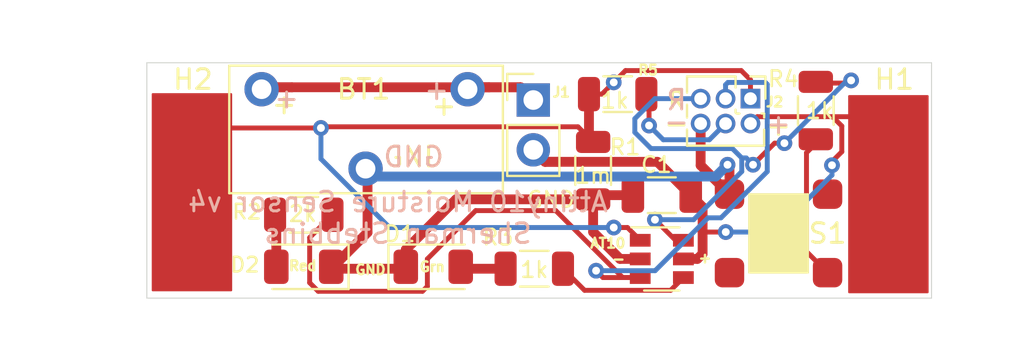
<source format=kicad_pcb>
(kicad_pcb (version 20221018) (generator pcbnew)
  (layers (0 "F.Cu" signal) (31 "B.Cu" signal) (34 "B.Paste" user) (35 "F.Paste" user) (36 "B.SilkS" user "B.Silkscreen") (37 "F.SilkS" user "F.Silkscreen") (38 "B.Mask" user) (39 "F.Mask" user) (44 "Edge.Cuts" user))
  (net 0 "")
  (net 1 "Net-(BT1-+)")
  (net 2 "GND")
  (net 3 "VCC")
  (net 4 "Net-(D1-A)")
  (net 5 "Net-(D2-A)")
  (net 6 "Reset")
  (net 7 "Net-(J2-Pad4)")
  (net 8 "PB1-SCK")
  (net 9 "PB0-Miso")
  (net 10 "Net-(U1-PB2)")
  (net 11 "Net-(R4-Pad1)")
  (footprint "Capacitor_SMD:C_1206_3216Metric" (layer "F.Cu") (at 126.25 46.75 180)
    (fp_text reference "C1" (at 0.275 1.55) (layer "F.SilkS") (effects (font (size 0.8 0.8) (thickness 0.125))))
    (fp_text value ".1uf")
    (fp_line (start -0.711252 -0.91) (end 0.711252 -0.91) (stroke (width 0.12)) (layer "F.SilkS"))
    (fp_line (start -0.711252 0.91) (end 0.711252 0.91) (stroke (width 0.12)) (layer "F.SilkS"))
    (pad "1" smd roundrect (at -1.475 0 180) (size 1.15 1.8) (layers "F.Cu" "F.Paste" "F.Mask") (roundrect_rratio 0.217391) (net 3 "VCC"))
    (pad "2" smd roundrect (at 1.475 0 180) (size 1.15 1.8) (layers "F.Cu" "F.Paste" "F.Mask") (roundrect_rratio 0.217391) (net 2 "GND"))
  )
  (footprint "LED_SMD:LED_1206_3216Metric" (layer "F.Cu") (at 114.6 50.4)
    (fp_text reference "D1" (at -1.7 -1.675) (layer "F.SilkS") (effects (font (size 0.8 0.8) (thickness 0.125))))
    (fp_text value "Green LED")
    (fp_line (start -2.285 -1.135) (end -2.285 1.135) (stroke (width 0.12)) (layer "F.SilkS"))
    (fp_line (start -2.285 1.135) (end 1.6 1.135) (stroke (width 0.12)) (layer "F.SilkS"))
    (fp_line (start 1.6 -1.135) (end -2.285 -1.135) (stroke (width 0.12)) (layer "F.SilkS"))
    (pad "1" smd roundrect (at -1.4 0) (size 1.25 1.75) (layers "F.Cu" "F.Paste" "F.Mask") (roundrect_rratio 0.2) (net 2 "GND"))
    (pad "2" smd roundrect (at 1.4 0) (size 1.25 1.75) (layers "F.Cu" "F.Paste" "F.Mask") (roundrect_rratio 0.2) (net 4 "Net-(D1-A)"))
  )
  (footprint "LED_SMD:LED_1206_3216Metric" (layer "F.Cu") (at 108 50.4 180)
    (fp_text reference "D2" (at 3 0.1) (layer "F.SilkS") (effects (font (size 0.75 0.75) (thickness 0.125))))
    (fp_text value "RedLED")
    (fp_line (start -2.285 -1.135) (end -2.285 1.135) (stroke (width 0.12)) (layer "F.SilkS"))
    (fp_line (start -2.285 1.135) (end 1.6 1.135) (stroke (width 0.12)) (layer "F.SilkS"))
    (fp_line (start 1.6 -1.135) (end -2.285 -1.135) (stroke (width 0.12)) (layer "F.SilkS"))
    (pad "1" smd roundrect (at -1.4 0 180) (size 1.25 1.75) (layers "F.Cu" "F.Paste" "F.Mask") (roundrect_rratio 0.2) (net 2 "GND"))
    (pad "2" smd roundrect (at 1.4 0 180) (size 1.25 1.75) (layers "F.Cu" "F.Paste" "F.Mask") (roundrect_rratio 0.2) (net 5 "Net-(D2-A)"))
  )
  (footprint "Resistor_SMD:R_1206_3216Metric" (layer "F.Cu") (at 122.75 45.5 90)
    (fp_text reference "R1" (at 1.2 1.625 180) (layer "F.SilkS") (effects (font (size 0.8 0.8) (thickness 0.125))))
    (fp_text value "1M")
    (fp_line (start -0.727064 -0.91) (end 0.727064 -0.91) (stroke (width 0.12)) (layer "F.SilkS"))
    (fp_line (start -0.727064 0.91) (end 0.727064 0.91) (stroke (width 0.12)) (layer "F.SilkS"))
    (pad "1" smd roundrect (at -1.4625 0 90) (size 1.125 1.75) (layers "F.Cu" "F.Paste" "F.Mask") (roundrect_rratio 0.222222) (net 2 "GND"))
    (pad "2" smd roundrect (at 1.4625 0 90) (size 1.125 1.75) (layers "F.Cu" "F.Paste" "F.Mask") (roundrect_rratio 0.222222) (net 9 "PB0-Miso"))
  )
  (footprint "Resistor_SMD:R_1206_3216Metric" (layer "F.Cu") (at 108 47.75)
    (fp_text reference "R2" (at -2.9 -0.15) (layer "F.SilkS") (effects (font (size 0.745 0.75) (thickness 0.125))))
    (fp_text value "2k")
    (fp_line (start -0.727064 -0.91) (end 0.727064 -0.91) (stroke (width 0.12)) (layer "F.SilkS"))
    (fp_line (start -0.727064 0.91) (end 0.727064 0.91) (stroke (width 0.12)) (layer "F.SilkS"))
    (pad "1" smd roundrect (at -1.4625 0) (size 1.125 1.75) (layers "F.Cu" "F.Paste" "F.Mask") (roundrect_rratio 0.222222) (net 5 "Net-(D2-A)"))
    (pad "2" smd roundrect (at 1.4625 0) (size 1.125 1.75) (layers "F.Cu" "F.Paste" "F.Mask") (roundrect_rratio 0.222222) (net 8 "PB1-SCK"))
  )
  (footprint "Resistor_SMD:R_1206_3216Metric" (layer "F.Cu") (at 119.75 50.5)
    (fp_text reference "R3" (at -1.85 -1.6) (layer "F.SilkS") (effects (font (size 0.8 0.8) (thickness 0.125))))
    (fp_text value "1k")
    (fp_line (start -0.727064 -0.91) (end 0.727064 -0.91) (stroke (width 0.12)) (layer "F.SilkS"))
    (fp_line (start -0.727064 0.91) (end 0.727064 0.91) (stroke (width 0.12)) (layer "F.SilkS"))
    (pad "1" smd roundrect (at -1.4625 0) (size 1.125 1.75) (layers "F.Cu" "F.Paste" "F.Mask") (roundrect_rratio 0.222222) (net 4 "Net-(D1-A)"))
    (pad "2" smd roundrect (at 1.4625 0) (size 1.125 1.75) (layers "F.Cu" "F.Paste" "F.Mask") (roundrect_rratio 0.222222) (net 10 "Net-(U1-PB2)"))
  )
  (footprint "Resistor_SMD:R_1206_3216Metric" (layer "F.Cu") (at 134.1 42.4375 90)
    (fp_text reference "R4" (at 1.6125 -1.65 180) (layer "F.SilkS") (effects (font (size 0.8 0.8) (thickness 0.125))))
    (fp_text value "1k")
    (fp_line (start -0.727064 -0.91) (end 0.727064 -0.91) (stroke (width 0.12)) (layer "F.SilkS"))
    (fp_line (start -0.727064 0.91) (end 0.727064 0.91) (stroke (width 0.12)) (layer "F.SilkS"))
    (pad "1" smd roundrect (at -1.4625 0 90) (size 1.125 1.75) (layers "F.Cu" "F.Paste" "F.Mask") (roundrect_rratio 0.222222) (net 11 "Net-(R4-Pad1)"))
    (pad "2" smd roundrect (at 1.4625 0 90) (size 1.125 1.75) (layers "F.Cu" "F.Paste" "F.Mask") (roundrect_rratio 0.222222) (net 6 "Reset"))
  )
  (footprint "Resistor_SMD:R_1206_3216Metric" (layer "F.Cu") (at 124 41.6)
    (fp_text reference "R5" (at 1.55 -1.225) (layer "F.SilkS") (effects (font (size 0.5 0.5) (thickness 0.125))))
    (fp_text value "1k")
    (fp_line (start -0.727064 -0.91) (end 0.727064 -0.91) (stroke (width 0.12)) (layer "F.SilkS"))
    (fp_line (start -0.727064 0.91) (end 0.727064 0.91) (stroke (width 0.12)) (layer "F.SilkS"))
    (pad "1" smd roundrect (at -1.4625 0) (size 1.125 1.75) (layers "F.Cu" "F.Paste" "F.Mask") (roundrect_rratio 0.222222) (net 9 "PB0-Miso"))
    (pad "2" smd roundrect (at 1.4625 0) (size 1.125 1.75) (layers "F.Cu" "F.Paste" "F.Mask") (roundrect_rratio 0.222222) (net 7 "Net-(J2-Pad4)"))
  )
  (footprint "Package_TO_SOT_SMD:SOT-23-6" (layer "F.Cu") (at 126.25 50)
    (fp_text reference "AT10" (at -2.75 -0.8) (layer "F.SilkS") (effects (font (size 0.5 0.5) (thickness 0.125))))
    (fp_text value "ATtiny10-TS")
    (fp_line (start -0.9 1.61) (end 0.9 1.61) (stroke (width 0.12)) (layer "F.SilkS"))
    (fp_line (start 0.9 -1.61) (end -1.55 -1.61) (stroke (width 0.12)) (layer "F.SilkS"))
    (pad "1" smd rect (at -1.1 -0.95) (size 1.06 0.65) (layers "F.Cu" "F.Paste" "F.Mask") (net 9 "PB0-Miso"))
    (pad "2" smd rect (at -1.1 0) (size 1.06 0.65) (layers "F.Cu" "F.Paste" "F.Mask") (net 2 "GND"))
    (pad "3" smd rect (at -1.1 0.95) (size 1.06 0.65) (layers "F.Cu" "F.Paste" "F.Mask") (net 8 "PB1-SCK"))
    (pad "4" smd rect (at 1.1 0.95) (size 1.06 0.65) (layers "F.Cu" "F.Paste" "F.Mask") (net 10 "Net-(U1-PB2)"))
    (pad "5" smd rect (at 1.1 0) (size 1.06 0.65) (layers "F.Cu" "F.Paste" "F.Mask") (net 3 "VCC"))
    (pad "6" smd rect (at 1.1 -0.95) (size 1.06 0.65) (layers "F.Cu" "F.Paste" "F.Mask") (net 6 "Reset"))
  )
  (footprint "++Sherms-Custom-Libs:Button_4mm-4pad" (layer "F.Cu") (at 134.7 48.7 90)
    (fp_text reference "S1" (at 0 0 180) (layer "F.SilkS"))
    (fp_text value "Push Button")
    (fp_poly (pts (xy 2 -1) (xy -2 -1) (xy -2 -4) (xy 2 -4)) (stroke (width 0.1)) (fill solid) (layer "F.SilkS"))
    (pad "1" smd roundrect (at -2 0 90) (size 1.5 1.5) (layers "F.Cu" "F.Paste" "F.Mask") (net 11 "Net-(R4-Pad1)"))
    (pad "2" smd roundrect (at 2 -5 90) (size 1.5 1.5) (layers "F.Cu" "F.Paste" "F.Mask") (net 2 "GND"))
    (pad "3" smd roundrect (at -2 -5 90) (size 1.5 1.5) (layers "F.Cu" "F.Paste" "F.Mask"))
    (pad "4" smd roundrect (at 2 0 90) (size 1.5 1.5) (layers "F.Cu" "F.Paste" "F.Mask"))
  )
  (footprint "Connector_PinHeader_1.27mm:PinHeader_2x03_P1.27mm_Vertical" (layer "F.Cu") (at 130.77 41.83 -90)
    (fp_text reference "J2" (at 0.17 -1.23 180) (layer "F.SilkS") (effects (font (size 0.5 0.5) (thickness 0.125))))
    (fp_text value "CONN-2x3")
    (fp_line (start -1.13 -0.76) (end 0 -0.76) (stroke (width 0.12)) (layer "F.SilkS"))
    (fp_line (start -1.13 0) (end -1.13 -0.76) (stroke (width 0.12)) (layer "F.SilkS"))
    (fp_line (start -1.13 0.76) (end -1.13 3.235) (stroke (width 0.12)) (layer "F.SilkS"))
    (fp_line (start -1.13 0.76) (end -0.563471 0.76) (stroke (width 0.12)) (layer "F.SilkS"))
    (fp_line (start -1.13 3.235) (end -0.30753 3.235) (stroke (width 0.12)) (layer "F.SilkS"))
    (fp_line (start 0.30753 3.235) (end 0.96247 3.235) (stroke (width 0.12)) (layer "F.SilkS"))
    (fp_line (start 0.563471 0.76) (end 0.706529 0.76) (stroke (width 0.12)) (layer "F.SilkS"))
    (fp_line (start 0.76 -0.695) (end 0.96247 -0.695) (stroke (width 0.12)) (layer "F.SilkS"))
    (fp_line (start 0.76 -0.563471) (end 0.76 -0.695) (stroke (width 0.12)) (layer "F.SilkS"))
    (fp_line (start 0.76 0.706529) (end 0.76 0.563471) (stroke (width 0.12)) (layer "F.SilkS"))
    (fp_line (start 1.57753 -0.695) (end 2.4 -0.695) (stroke (width 0.12)) (layer "F.SilkS"))
    (fp_line (start 1.57753 3.235) (end 2.4 3.235) (stroke (width 0.12)) (layer "F.SilkS"))
    (fp_line (start 2.4 -0.695) (end 2.4 3.235) (stroke (width 0.12)) (layer "F.SilkS"))
    (pad "1" thru_hole rect (at 0 0 270) (size 1 1) (drill 0.65) (layers "*.Cu" "*.Mask") (net 9 "PB0-Miso"))
    (pad "2" thru_hole oval (at 1.27 0 270) (size 1 1) (drill 0.65) (layers "*.Cu" "*.Mask") (net 3 "VCC"))
    (pad "3" thru_hole oval (at 0 1.27 270) (size 1 1) (drill 0.65) (layers "*.Cu" "*.Mask") (net 8 "PB1-SCK"))
    (pad "4" thru_hole oval (at 1.27 1.27 270) (size 1 1) (drill 0.65) (layers "*.Cu" "*.Mask") (net 7 "Net-(J2-Pad4)"))
    (pad "5" thru_hole oval (at 0 2.54 270) (size 1 1) (drill 0.65) (layers "*.Cu" "*.Mask") (net 6 "Reset"))
    (pad "6" thru_hole oval (at 1.27 2.54 270) (size 1 1) (drill 0.65) (layers "*.Cu" "*.Mask") (net 2 "GND"))
  )
  (footprint "++Sherms-Custom-Libs:Rectangle-Pad_4mmx10mm" (layer "F.Cu") (at 137.8 51.7)
    (fp_text reference "H1" (at 0.3 -10.85) (layer "F.SilkS"))
    (fp_text value "MountingHole_Pad")
    (fp_poly (pts (xy 2 0) (xy -2 0) (xy -2 -10) (xy 2 -10)) (stroke (width 0.1)) (fill solid) (layer "F.Cu"))
    (pad "1" smd roundrect (at 0 -5) (size 4 10) (layers "F.Cu" "F.Paste" "F.Mask") (net 3 "VCC"))
  )
  (footprint "++Sherms-Custom-Libs:Rectangle-Pad_4mmx10mm" (layer "F.Cu") (at 102.3 51.6)
    (fp_text reference "H2" (at 0.05 -10.75) (layer "F.SilkS"))
    (fp_text value "MountingHole_Pad")
    (fp_poly (pts (xy 2 0) (xy -2 0) (xy -2 -10) (xy 2 -10)) (stroke (width 0.1)) (fill solid) (layer "F.Cu"))
    (pad "1" smd roundrect (at 0 -5) (size 4 10) (layers "F.Cu" "F.Paste" "F.Mask") (net 9 "PB0-Miso"))
  )
  (footprint "Connector_PinHeader_2.54mm:PinHeader_1x02_P2.54mm_Vertical" (layer "F.Cu") (at 119.7 41.9)
    (fp_text reference "J1" (at 1.425 -0.4) (layer "F.SilkS") (effects (font (size 0.5 0.5) (thickness 0.125))))
    (fp_text value "Conn_01x02_Male")
    (fp_line (start -1.33 -1.33) (end 0 -1.33) (stroke (width 0.12)) (layer "F.SilkS"))
    (fp_line (start -1.33 0) (end -1.33 -1.33) (stroke (width 0.12)) (layer "F.SilkS"))
    (fp_line (start -1.33 1.27) (end -1.33 3.87) (stroke (width 0.12)) (layer "F.SilkS"))
    (fp_line (start -1.33 1.27) (end 1.33 1.27) (stroke (width 0.12)) (layer "F.SilkS"))
    (fp_line (start -1.33 3.87) (end 1.33 3.87) (stroke (width 0.12)) (layer "F.SilkS"))
    (fp_line (start 1.33 1.27) (end 1.33 3.87) (stroke (width 0.12)) (layer "F.SilkS"))
    (pad "1" thru_hole rect (at 0 0) (size 1.7 1.7) (drill 1) (layers "*.Cu" "*.Mask") (net 1 "Net-(BT1-+)"))
    (pad "2" thru_hole oval (at 0 2.54) (size 1.7 1.7) (drill 1) (layers "*.Cu" "*.Mask") (net 3 "VCC"))
  )
  (footprint "+++Sherms-kicad5-libs:CR2032-Battery-sidemnt_10.5x5.5x4mm-k5" (layer "F.Cu") (at 111.15 38.9 180)
    (fp_text reference "BT1" (at 0.1 -2.45) (layer "F.SilkS"))
    (fp_text value "Battery_Cell")
    (fp_line (start -7 -7.75) (end 6.95 -7.75) (stroke (width 0.12)) (layer "F.SilkS"))
    (fp_line (start -7 -1.25) (end -7 -7.75) (stroke (width 0.12)) (layer "F.SilkS"))
    (fp_line (start 6.95 -7.75) (end 6.95 -1.25) (stroke (width 0.12)) (layer "F.SilkS"))
    (fp_line (start 6.95 -1.25) (end -7 -1.25) (stroke (width 0.12)) (layer "F.SilkS"))
    (pad "1" thru_hole circle (at -5.2 -2.45 180) (size 1.75 1.75) (drill 1) (layers "*.Cu" "*.Mask") (net 1 "Net-(BT1-+)"))
    (pad "1" thru_hole circle (at 5.3 -2.45 180) (size 1.75 1.75) (drill 1) (layers "*.Cu" "*.Mask") (net 1 "Net-(BT1-+)"))
    (pad "2" thru_hole circle (at 0 -6.5 180) (size 1.75 1.75) (drill 1) (layers "*.Cu" "*.Mask") (net 2 "GND"))
  )
  (gr_line (start 140 52) (end 100 52) (stroke (width 0.05)) (layer "Edge.Cuts"))
  (gr_line (start 140 40) (end 140 52) (stroke (width 0.05)) (layer "Edge.Cuts"))
  (gr_line (start 100 52) (end 100 40) (stroke (width 0.05)) (layer "Edge.Cuts"))
  (gr_line (start 100 40) (end 140 40) (stroke (width 0.05)) (layer "Edge.Cuts"))
  (gr_text "-" (at 127 43) (layer "B.SilkS") (effects (font (size 1 1)) (justify mirror)))
  (gr_text "+\n" (at 107.125 41.8) (layer "B.SilkS") (effects (font (size 1 1)) (justify mirror)))
  (gr_text "R" (at 127 41.9) (layer "B.SilkS") (effects (font (size 1 1)) (justify mirror)))
  (gr_text "+" (at 114.775 41.375) (layer "B.SilkS") (effects (font (size 1 1)) (justify mirror)))
  (gr_text "Attiny10 Moisture Sensor v4\nSherman Stebbins" (at 112.8 47.9) (layer "B.SilkS") (effects (font (size 1 1)) (justify mirror)))
  (gr_text "GND" (at 113.6 44.8) (layer "B.SilkS") (effects (font (size 1 1)) (justify mirror)))
  (gr_text "+" (at 132.2 43.1) (layer "B.SilkS") (effects (font (size 1 1)) (justify mirror)))
  (gr_text "GND" (at 111.4 50.55) (layer "F.SilkS") (effects (font (size 0.5 0.5) (thickness 0.125))))
  (gr_text "GND" (at 120.6 46.975) (layer "F.SilkS") (effects (font (size 0.8 0.8) (thickness 0.125))))
  (gr_text "Grn" (at 114.55 50.4) (layer "F.SilkS") (effects (font (size 0.5 0.5) (thickness 0.125))))
  (gr_text "1k" (at 119.75 50.55) (layer "F.SilkS") (effects (font (size 0.8 0.8) (thickness 0.125))))
  (gr_text "1k" (at 134.3 42.45) (layer "F.SilkS") (effects (font (size 0.8 0.8) (thickness 0.125))))
  (gr_text "1k" (at 123.85 41.925) (layer "F.SilkS") (effects (font (size 0.8 0.8) (thickness 0.125))))
  (gr_text "Red" (at 107.95 50.35) (layer "F.SilkS") (effects (font (size 0.5 0.5) (thickness 0.125))))
  (gr_text "+" (at 115.15 42.175) (layer "F.SilkS") (effects (font (size 1 1))))
  (gr_text "+" (at 132.2 43.2) (layer "F.SilkS") (effects (font (size 1 1))))
  (gr_text "+" (at 128.45 49.95) (layer "F.SilkS") (effects (font (size 0.5 0.5) (thickness 0.125))))
  (gr_text "GND" (at 113.6 44.8) (layer "F.SilkS") (effects (font (size 1 1))))
  (gr_text "-" (at 127 43.1) (layer "F.SilkS") (effects (font (size 1 1))))
  (gr_text "+" (at 107 42.1) (layer "F.SilkS") (effects (font (size 1 1))))
  (gr_text "2k" (at 107.95 47.7) (layer "F.SilkS") (effects (font (size 0.8 0.8) (thickness 0.125))))
  (gr_text "-" (at 124.05 50) (layer "F.SilkS") (effects (font (size 0.5 0.5) (thickness 0.125))))
  (gr_text "R" (at 127 41.9) (layer "F.SilkS") (effects (font (size 0.8 0.8))))
  (gr_text "1m" (at 122.75 45.75) (layer "F.SilkS") (effects (font (size 0.8 0.8) (thickness 0.125))))
  (segment (start 119.05 41.25) (end 119.7 41.9) (width 0.5) (layer "F.Cu") (net 1))
  (segment (start 107.4 41.25) (end 116.75 41.25) (width 0.5) (layer "F.Cu") (net 1))
  (segment (start 119.04 41.25) (end 119.395 41.605) (width 0.5) (layer "F.Cu") (net 1))
  (segment (start 106 41.25) (end 107.4 41.25) (width 0.5) (layer "F.Cu") (net 1))
  (segment (start 117.45 41.25) (end 119.05 41.25) (width 0.5) (layer "F.Cu") (net 1))
  (segment (start 105.75 41.25) (end 107.4 41.25) (width 0.5) (layer "F.Cu") (net 1))
  (segment (start 116.5 41.25) (end 117.45 41.25) (width 0.5) (layer "F.Cu") (net 1))
  (segment (start 119.8 42.1) (end 119.8 42.01) (width 0.5) (layer "F.Cu") (net 1))
  (segment (start 119.395 41.605) (end 119.75 41.96) (width 0.5) (layer "F.Cu") (net 1))
  (segment (start 116.75 41.25) (end 119.04 41.25) (width 0.5) (layer "F.Cu") (net 1))
  (segment (start 116.75 41.25) (end 117.45 41.25) (width 0.5) (layer "F.Cu") (net 1))
  (segment (start 119.8 42.01) (end 119.395 41.605) (width 0.5) (layer "F.Cu") (net 1))
  (segment (start 124.12 50) (end 122.75 48.63) (width 0.5) (layer "F.Cu") (net 2))
  (segment (start 111.25 48.65) (end 109.4 50.5) (width 0.5) (layer "F.Cu") (net 2))
  (segment (start 129.7 46.7) (end 129.7 45.3) (width 0.5) (layer "F.Cu") (net 2))
  (segment (start 122.9625 46.75) (end 122.75 46.9625) (width 0.5) (layer "F.Cu") (net 2))
  (segment (start 124.775 46.75) (end 122.9625 46.75) (width 0.5) (layer "F.Cu") (net 2))
  (segment (start 125.15 50) (end 124.12 50) (width 0.5) (layer "F.Cu") (net 2))
  (segment (start 128.23 45.23) (end 128.23 43.1) (width 0.5) (layer "F.Cu") (net 2))
  (segment (start 111.25 48.65) (end 111.25 45.5) (width 0.5) (layer "F.Cu") (net 2))
  (segment (start 129.7 46.7) (end 128.23 45.23) (width 0.5) (layer "F.Cu") (net 2))
  (segment (start 113.2 49.525) (end 113.2 50.4) (width 0.5) (layer "F.Cu") (net 2))
  (segment (start 122.75 48.63) (end 122.75 46.9625) (width 0.5) (layer "F.Cu") (net 2))
  (segment (start 115.7625 46.9625) (end 113.2 49.525) (width 0.5) (layer "F.Cu") (net 2))
  (segment (start 122.75 46.9625) (end 115.7625 46.9625) (width 0.5) (layer "F.Cu") (net 2))
  (segment (start 109.4 50.5) (end 113.35 50.5) (width 0.5) (layer "F.Cu") (net 2))
  (segment (start 129.7 45.3) (end 129.6 45.2) (width 0.5) (layer "F.Cu") (net 2))
  (segment (start 111.25 45.5) (end 111.15 45.4) (width 0.5) (layer "F.Cu") (net 2))
  (via (at 129.6 45.2) (size 0.8) (drill 0.4) (layers "F.Cu" "B.Cu") (net 2))
  (segment (start 129.6 45.2) (end 128.999999 45.800001) (width 0.5) (layer "B.Cu") (net 2))
  (segment (start 111.25 45.25) (end 111.449998 45.25) (width 0.5) (layer "B.Cu") (net 2))
  (segment (start 128.999999 45.800001) (end 111.550001 45.800001) (width 0.5) (layer "B.Cu") (net 2))
  (segment (start 111.550001 45.800001) (end 111.15 45.4) (width 0.5) (layer "B.Cu") (net 2))
  (segment (start 129.509965 48.630001) (end 128.330001 48.630001) (width 0.25) (layer "F.Cu") (net 3))
  (segment (start 135.425 43.225) (end 134.95 42.75) (width 0.25) (layer "F.Cu") (net 3))
  (segment (start 131.12 42.75) (end 130.77 43.1) (width 0.25) (layer "F.Cu") (net 3))
  (segment (start 120.94999 45.05001) (end 126.02501 45.05001) (width 0.5) (layer "F.Cu") (net 3))
  (segment (start 128.330001 48.630001) (end 128.330001 49.735001) (width 0.5) (layer "F.Cu") (net 3))
  (segment (start 135.425 44.538173) (end 135.425 43.225) (width 0.25) (layer "F.Cu") (net 3))
  (segment (start 119.89 44.64) (end 120.30001 45.05001) (width 0.5) (layer "F.Cu") (net 3))
  (segment (start 129.509965 48.630001) (end 129.509965 48.630001) (width 0.25) (layer "F.Cu") (net 3))
  (segment (start 134.925 45.225) (end 134.925 45.038173) (width 0.25) (layer "F.Cu") (net 3))
  (segment (start 126.02501 45.05001) (end 127.725 46.75) (width 0.5) (layer "F.Cu") (net 3))
  (segment (start 134.95 42.75) (end 131.12 42.75) (width 0.25) (layer "F.Cu") (net 3))
  (segment (start 137.9 42.75) (end 134.95 42.75) (width 0.25) (layer "F.Cu") (net 3))
  (segment (start 119.8 44.64) (end 119.89 44.64) (width 0.5) (layer "F.Cu") (net 3))
  (segment (start 127.725 46.75) (end 128.330001 47.355001) (width 0.5) (layer "F.Cu") (net 3))
  (segment (start 128.065002 50) (end 127.35 50) (width 0.5) (layer "F.Cu") (net 3))
  (segment (start 120.94999 45.05001) (end 120.31001 45.05001) (width 0.5) (layer "F.Cu") (net 3))
  (segment (start 128.330001 47.355001) (end 128.330001 48.630001) (width 0.5) (layer "F.Cu") (net 3))
  (segment (start 120.30001 45.05001) (end 120.94999 45.05001) (width 0.5) (layer "F.Cu") (net 3))
  (segment (start 128.330001 49.735001) (end 128.065002 50) (width 0.5) (layer "F.Cu") (net 3))
  (segment (start 134.925 45.038173) (end 135.425 44.538173) (width 0.25) (layer "F.Cu") (net 3))
  (segment (start 134.925 45.225) (end 134.925 45.375) (width 0.25) (layer "F.Cu") (net 3))
  (segment (start 120.31001 45.05001) (end 119.7 44.44) (width 0.5) (layer "F.Cu") (net 3))
  (segment (start 119.75 44.5) (end 120.30001 45.05001) (width 0.5) (layer "F.Cu") (net 3))
  (via (at 134.925 45.225) (size 0.8) (drill 0.4) (layers "F.Cu" "B.Cu") (net 3))
  (via (at 129.509965 48.630001) (size 0.8) (drill 0.4) (layers "F.Cu" "B.Cu") (net 3))
  (segment (start 132.019999 48.630001) (end 134.925 45.725) (width 0.25) (layer "B.Cu") (net 3))
  (segment (start 134.925 45.725) (end 134.925 45.225) (width 0.25) (layer "B.Cu") (net 3))
  (segment (start 129.509965 48.630001) (end 132.019999 48.630001) (width 0.25) (layer "B.Cu") (net 3))
  (segment (start 116.15 50.5) (end 118.2875 50.5) (width 0.5) (layer "F.Cu") (net 4))
  (segment (start 106.6 47.8125) (end 106.5375 47.75) (width 0.5) (layer "F.Cu") (net 5))
  (segment (start 106.6 50.5) (end 106.6 47.8125) (width 0.5) (layer "F.Cu") (net 5))
  (segment (start 132 44.1) (end 130.9 45.2) (width 0.25) (layer "F.Cu") (net 6))
  (segment (start 126.95 49.05) (end 125.9 48) (width 0.25) (layer "F.Cu") (net 6))
  (segment (start 135.7625 41.0375) (end 135.9 40.9) (width 0.25) (layer "F.Cu") (net 6))
  (segment (start 134.25 41.0375) (end 135.7625 41.0375) (width 0.25) (layer "F.Cu") (net 6))
  (segment (start 132.5 44.1) (end 132 44.1) (width 0.25) (layer "F.Cu") (net 6))
  (segment (start 127.35 49.05) (end 126.95 49.05) (width 0.25) (layer "F.Cu") (net 6))
  (via (at 125.9 48) (size 0.8) (drill 0.4) (layers "F.Cu" "B.Cu") (net 6))
  (via (at 135.9 40.9) (size 0.8) (drill 0.4) (layers "F.Cu" "B.Cu") (net 6))
  (via (at 132.5 44.1) (size 0.8) (drill 0.4) (layers "F.Cu" "B.Cu") (net 6))
  (via (at 130.9 45.2) (size 0.8) (drill 0.4) (layers "F.Cu" "B.Cu") (net 6))
  (segment (start 125.9 48) (end 127.873002 48) (width 0.25) (layer "B.Cu") (net 6))
  (segment (start 127.873002 48) (end 130.325001 45.548001) (width 0.25) (layer "B.Cu") (net 6))
  (segment (start 130.325001 44.851999) (end 129.848013 44.375011) (width 0.25) (layer "B.Cu") (net 6))
  (segment (start 125.896998 41.83) (end 128.23 41.83) (width 0.25) (layer "B.Cu") (net 6))
  (segment (start 130.325001 45.548001) (end 130.325001 44.851999) (width 0.25) (layer "B.Cu") (net 6))
  (segment (start 130.551999 44.851999) (end 130.9 45.2) (width 0.25) (layer "B.Cu") (net 6))
  (segment (start 132.5 44.1) (end 135.7 40.9) (width 0.25) (layer "B.Cu") (net 6))
  (segment (start 129.848013 44.375011) (end 125.702009 44.375011) (width 0.25) (layer "B.Cu") (net 6))
  (segment (start 124.874999 42.851999) (end 125.896998 41.83) (width 0.25) (layer "B.Cu") (net 6))
  (segment (start 124.874999 43.548001) (end 124.874999 42.851999) (width 0.25) (layer "B.Cu") (net 6))
  (segment (start 135.7 40.9) (end 135.9 40.9) (width 0.25) (layer "B.Cu") (net 6))
  (segment (start 125.702009 44.375011) (end 124.874999 43.548001) (width 0.25) (layer "B.Cu") (net 6))
  (segment (start 130.325001 44.851999) (end 130.551999 44.851999) (width 0.25) (layer "B.Cu") (net 6))
  (segment (start 125.6 43.2) (end 125.6 41.7375) (width 0.25) (layer "F.Cu") (net 7))
  (segment (start 125.6 41.7375) (end 125.4625 41.6) (width 0.25) (layer "F.Cu") (net 7))
  (via (at 125.6 43.2) (size 0.8) (drill 0.4) (layers "F.Cu" "B.Cu") (net 7))
  (segment (start 126.325001 43.925001) (end 125.6 43.2) (width 0.25) (layer "B.Cu") (net 7))
  (segment (start 128.674999 43.925001) (end 126.325001 43.925001) (width 0.25) (layer "B.Cu") (net 7))
  (segment (start 129.5 43.1) (end 128.674999 43.925001) (width 0.25) (layer "B.Cu") (net 7))
  (segment (start 116.76249 47.53751) (end 120.844324 47.53751) (width 0.25) (layer "F.Cu") (net 8))
  (segment (start 125.15 50.95) (end 123.25 50.95) (width 0.25) (layer "F.Cu") (net 8))
  (segment (start 108.3 51.21319) (end 108.7368 51.64999) (width 0.25) (layer "F.Cu") (net 8))
  (segment (start 114.30001 51.39999) (end 114.30001 49.99999) (width 0.25) (layer "F.Cu") (net 8))
  (segment (start 109.4625 47.75) (end 108.3 48.9125) (width 0.25) (layer "F.Cu") (net 8))
  (segment (start 124.256814 50.95) (end 125.15 50.95) (width 0.25) (layer "F.Cu") (net 8))
  (segment (start 108.3 48.9125) (end 108.3 51.21319) (width 0.25) (layer "F.Cu") (net 8))
  (segment (start 123.25 50.95) (end 122.9 50.6) (width 0.25) (layer "F.Cu") (net 8))
  (segment (start 120.844324 47.53751) (end 124.256814 50.95) (width 0.25) (layer "F.Cu") (net 8))
  (segment (start 114.05001 51.64999) (end 114.30001 51.39999) (width 0.25) (layer "F.Cu") (net 8))
  (segment (start 108.7368 51.64999) (end 114.05001 51.64999) (width 0.25) (layer "F.Cu") (net 8))
  (segment (start 114.30001 49.99999) (end 116.76249 47.53751) (width 0.25) (layer "F.Cu") (net 8))
  (via (at 122.9 50.6) (size 0.8) (drill 0.4) (layers "F.Cu" "B.Cu") (net 8))
  (segment (start 122.9 50.6) (end 125.909412 50.6) (width 0.25) (layer "B.Cu") (net 8))
  (segment (start 125.909412 50.6) (end 128.604412 47.905) (width 0.25) (layer "B.Cu") (net 8))
  (segment (start 129.268002 47.905) (end 131.625001 45.548001) (width 0.25) (layer "B.Cu") (net 8))
  (segment (start 128.604412 47.905) (end 129.268002 47.905) (width 0.25) (layer "B.Cu") (net 8))
  (segment (start 131.625001 41.099999) (end 131.530001 41.004999) (width 0.25) (layer "B.Cu") (net 8))
  (segment (start 131.625001 45.548001) (end 131.625001 41.099999) (width 0.25) (layer "B.Cu") (net 8))
  (segment (start 131.530001 41.004999) (end 129.617895 41.004999) (width 0.25) (layer "B.Cu") (net 8))
  (segment (start 129.617895 41.004999) (end 129.5 41.122894) (width 0.25) (layer "B.Cu") (net 8))
  (segment (start 129.5 41.122894) (end 129.5 41.83) (width 0.25) (layer "B.Cu") (net 8))
  (segment (start 108.875001 43.324999) (end 102.824999 43.324999) (width 0.25) (layer "F.Cu") (net 9))
  (segment (start 121.977499 43.264999) (end 108.935001 43.264999) (width 0.25) (layer "F.Cu") (net 9))
  (segment (start 122.5375 41.6) (end 123.2 41.6) (width 0.25) (layer "F.Cu") (net 9))
  (segment (start 123.8 48.4) (end 124.5 48.4) (width 0.25) (layer "F.Cu") (net 9))
  (segment (start 123.2 41.6) (end 123.8 41) (width 0.25) (layer "F.Cu") (net 9))
  (segment (start 122.5375 43.825) (end 122.75 44.0375) (width 0.5) (layer "F.Cu") (net 9))
  (segment (start 130.77 40.87) (end 130.29999 40.39999) (width 0.25) (layer "F.Cu") (net 9))
  (segment (start 124.5 48.4) (end 125.15 49.05) (width 0.25) (layer "F.Cu") (net 9))
  (segment (start 108.935001 43.264999) (end 108.875001 43.324999) (width 0.25) (layer "F.Cu") (net 9))
  (segment (start 122.75 44.0375) (end 121.977499 43.264999) (width 0.25) (layer "F.Cu") (net 9))
  (segment (start 130.77 41.83) (end 130.77 40.87) (width 0.25) (layer "F.Cu") (net 9))
  (segment (start 130.29999 40.39999) (end 124.40001 40.39999) (width 0.25) (layer "F.Cu") (net 9))
  (segment (start 102.824999 43.324999) (end 102.25 42.75) (width 0.25) (layer "F.Cu") (net 9))
  (segment (start 122.5375 41.6) (end 122.5375 43.825) (width 0.5) (layer "F.Cu") (net 9))
  (segment (start 124.40001 40.39999) (end 123.8 41) (width 0.25) (layer "F.Cu") (net 9))
  (via (at 108.875001 43.324999) (size 0.8) (drill 0.4) (layers "F.Cu" "B.Cu") (net 9))
  (via (at 123.8 48.4) (size 0.8) (drill 0.4) (layers "F.Cu" "B.Cu") (net 9))
  (via (at 123.8 41) (size 0.8) (drill 0.4) (layers "F.Cu" "B.Cu") (net 9))
  (segment (start 123.899999 40.900001) (end 123.8 41) (width 0.25) (layer "B.Cu") (net 9))
  (segment (start 108.875001 43.324999) (end 108.875001 44.901003) (width 0.25) (layer "B.Cu") (net 9))
  (segment (start 108.875001 44.901003) (end 112.373998 48.4) (width 0.25) (layer "B.Cu") (net 9))
  (segment (start 112.373998 48.4) (end 112.791238 48.4) (width 0.25) (layer "B.Cu") (net 9))
  (segment (start 112.791238 48.4) (end 123.8 48.4) (width 0.25) (layer "B.Cu") (net 9))
  (segment (start 126.699999 51.600001) (end 122.312501 51.600001) (width 0.25) (layer "F.Cu") (net 10))
  (segment (start 122.312501 51.600001) (end 121.2125 50.5) (width 0.25) (layer "F.Cu") (net 10))
  (segment (start 127.35 50.95) (end 126.699999 51.600001) (width 0.25) (layer "F.Cu") (net 10))
  (segment (start 134.25 43.9625) (end 133.62499 44.58751) (width 0.25) (layer "F.Cu") (net 11))
  (segment (start 133.62499 49.62499) (end 134.7 50.7) (width 0.25) (layer "F.Cu") (net 11))
  (segment (start 133.62499 44.58751) (end 133.62499 49.62499) (width 0.25) (layer "F.Cu") (net 11))
)
</source>
